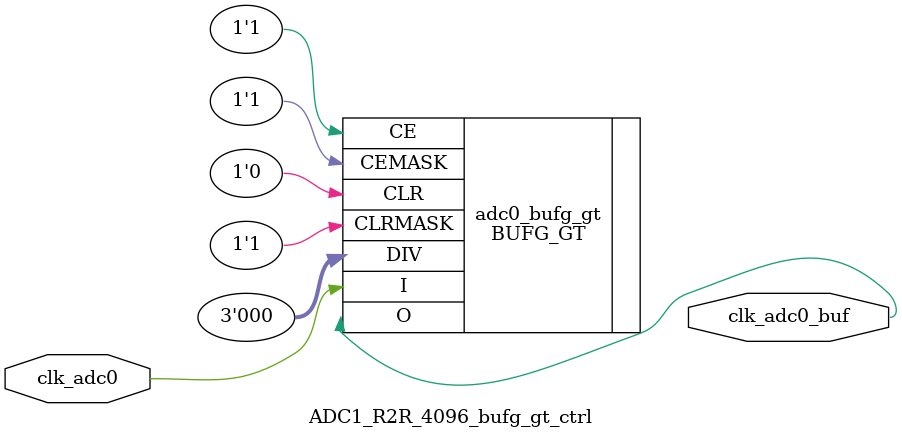
<source format=v>

`timescale 1ns / 1ps

(* DowngradeIPIdentifiedWarnings="yes" *)
module ADC1_R2R_4096_bufg_gt_ctrl (
  // ADC Fabric Feedback Clock for Tile 0
  input    clk_adc0,
  
  output   clk_adc0_buf
    
);

 
  BUFG_GT adc0_bufg_gt
  (
    .I       (clk_adc0),
    .CE      (1'b1),
    .CEMASK  (1'b1),
    .CLR     (1'b0),
    .CLRMASK (1'b1),
    .DIV     (3'b000),
    .O       (clk_adc0_buf)
  );  

endmodule

</source>
